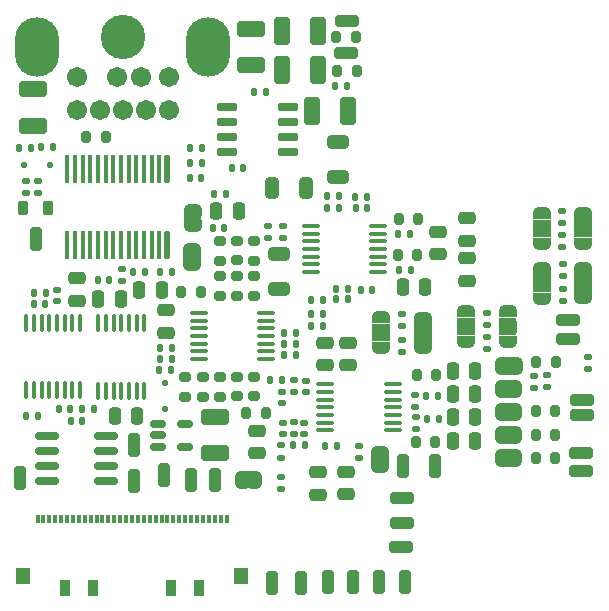
<source format=gbr>
%TF.GenerationSoftware,KiCad,Pcbnew,9.0.0*%
%TF.CreationDate,2025-11-21T22:56:44-08:00*%
%TF.ProjectId,MegaAV_Pro_VA0,4d656761-4156-45f5-9072-6f5f5641302e,rev?*%
%TF.SameCoordinates,Original*%
%TF.FileFunction,Soldermask,Top*%
%TF.FilePolarity,Negative*%
%FSLAX46Y46*%
G04 Gerber Fmt 4.6, Leading zero omitted, Abs format (unit mm)*
G04 Created by KiCad (PCBNEW 9.0.0) date 2025-11-21 22:56:44*
%MOMM*%
%LPD*%
G01*
G04 APERTURE LIST*
G04 Aperture macros list*
%AMRoundRect*
0 Rectangle with rounded corners*
0 $1 Rounding radius*
0 $2 $3 $4 $5 $6 $7 $8 $9 X,Y pos of 4 corners*
0 Add a 4 corners polygon primitive as box body*
4,1,4,$2,$3,$4,$5,$6,$7,$8,$9,$2,$3,0*
0 Add four circle primitives for the rounded corners*
1,1,$1+$1,$2,$3*
1,1,$1+$1,$4,$5*
1,1,$1+$1,$6,$7*
1,1,$1+$1,$8,$9*
0 Add four rect primitives between the rounded corners*
20,1,$1+$1,$2,$3,$4,$5,0*
20,1,$1+$1,$4,$5,$6,$7,0*
20,1,$1+$1,$6,$7,$8,$9,0*
20,1,$1+$1,$8,$9,$2,$3,0*%
%AMFreePoly0*
4,1,23,0.500000,-0.750000,0.000000,-0.750000,0.000000,-0.745722,-0.065263,-0.745722,-0.191342,-0.711940,-0.304381,-0.646677,-0.396677,-0.554381,-0.461940,-0.441342,-0.495722,-0.315263,-0.495722,-0.250000,-0.500000,-0.250000,-0.500000,0.250000,-0.495722,0.250000,-0.495722,0.315263,-0.461940,0.441342,-0.396677,0.554381,-0.304381,0.646677,-0.191342,0.711940,-0.065263,0.745722,0.000000,0.745722,
0.000000,0.750000,0.500000,0.750000,0.500000,-0.750000,0.500000,-0.750000,$1*%
%AMFreePoly1*
4,1,23,0.000000,0.745722,0.065263,0.745722,0.191342,0.711940,0.304381,0.646677,0.396677,0.554381,0.461940,0.441342,0.495722,0.315263,0.495722,0.250000,0.500000,0.250000,0.500000,-0.250000,0.495722,-0.250000,0.495722,-0.315263,0.461940,-0.441342,0.396677,-0.554381,0.304381,-0.646677,0.191342,-0.711940,0.065263,-0.745722,0.000000,-0.745722,0.000000,-0.750000,-0.500000,-0.750000,
-0.500000,0.750000,0.000000,0.750000,0.000000,0.745722,0.000000,0.745722,$1*%
%AMFreePoly2*
4,1,23,0.550000,-0.750000,0.000000,-0.750000,0.000000,-0.745722,-0.065263,-0.745722,-0.191342,-0.711940,-0.304381,-0.646677,-0.396677,-0.554381,-0.461940,-0.441342,-0.495722,-0.315263,-0.495722,-0.250000,-0.500000,-0.250000,-0.500000,0.250000,-0.495722,0.250000,-0.495722,0.315263,-0.461940,0.441342,-0.396677,0.554381,-0.304381,0.646677,-0.191342,0.711940,-0.065263,0.745722,0.000000,0.745722,
0.000000,0.750000,0.550000,0.750000,0.550000,-0.750000,0.550000,-0.750000,$1*%
%AMFreePoly3*
4,1,23,0.000000,0.745722,0.065263,0.745722,0.191342,0.711940,0.304381,0.646677,0.396677,0.554381,0.461940,0.441342,0.495722,0.315263,0.495722,0.250000,0.500000,0.250000,0.500000,-0.250000,0.495722,-0.250000,0.495722,-0.315263,0.461940,-0.441342,0.396677,-0.554381,0.304381,-0.646677,0.191342,-0.711940,0.065263,-0.745722,0.000000,-0.745722,0.000000,-0.750000,-0.550000,-0.750000,
-0.550000,0.750000,0.000000,0.750000,0.000000,0.745722,0.000000,0.745722,$1*%
G04 Aperture macros list end*
%ADD10RoundRect,0.200000X-0.200000X-0.275000X0.200000X-0.275000X0.200000X0.275000X-0.200000X0.275000X0*%
%ADD11RoundRect,0.140000X0.140000X0.170000X-0.140000X0.170000X-0.140000X-0.170000X0.140000X-0.170000X0*%
%ADD12RoundRect,0.140000X-0.140000X-0.170000X0.140000X-0.170000X0.140000X0.170000X-0.140000X0.170000X0*%
%ADD13FreePoly0,180.000000*%
%ADD14FreePoly1,180.000000*%
%ADD15RoundRect,0.250000X-0.250000X-0.750000X0.250000X-0.750000X0.250000X0.750000X-0.250000X0.750000X0*%
%ADD16RoundRect,0.135000X0.185000X-0.135000X0.185000X0.135000X-0.185000X0.135000X-0.185000X-0.135000X0*%
%ADD17RoundRect,0.135000X0.135000X0.185000X-0.135000X0.185000X-0.135000X-0.185000X0.135000X-0.185000X0*%
%ADD18RoundRect,0.135000X-0.135000X-0.185000X0.135000X-0.185000X0.135000X0.185000X-0.135000X0.185000X0*%
%ADD19RoundRect,0.100000X0.637500X0.100000X-0.637500X0.100000X-0.637500X-0.100000X0.637500X-0.100000X0*%
%ADD20RoundRect,0.140000X-0.170000X0.140000X-0.170000X-0.140000X0.170000X-0.140000X0.170000X0.140000X0*%
%ADD21RoundRect,0.200000X0.275000X-0.200000X0.275000X0.200000X-0.275000X0.200000X-0.275000X-0.200000X0*%
%ADD22RoundRect,0.250000X0.475000X-0.250000X0.475000X0.250000X-0.475000X0.250000X-0.475000X-0.250000X0*%
%ADD23RoundRect,0.200000X-0.275000X0.200000X-0.275000X-0.200000X0.275000X-0.200000X0.275000X0.200000X0*%
%ADD24RoundRect,0.200000X0.200000X0.275000X-0.200000X0.275000X-0.200000X-0.275000X0.200000X-0.275000X0*%
%ADD25RoundRect,0.250000X0.750000X-0.250000X0.750000X0.250000X-0.750000X0.250000X-0.750000X-0.250000X0*%
%ADD26FreePoly2,270.000000*%
%ADD27R,1.500000X1.000000*%
%ADD28FreePoly3,270.000000*%
%ADD29FreePoly0,0.000000*%
%ADD30FreePoly1,0.000000*%
%ADD31RoundRect,0.250000X-0.250000X-0.475000X0.250000X-0.475000X0.250000X0.475000X-0.250000X0.475000X0*%
%ADD32RoundRect,0.135000X-0.185000X0.135000X-0.185000X-0.135000X0.185000X-0.135000X0.185000X0.135000X0*%
%ADD33RoundRect,0.218750X0.218750X0.381250X-0.218750X0.381250X-0.218750X-0.381250X0.218750X-0.381250X0*%
%ADD34FreePoly2,90.000000*%
%ADD35FreePoly3,90.000000*%
%ADD36FreePoly0,90.000000*%
%ADD37FreePoly1,90.000000*%
%ADD38RoundRect,0.250000X-0.925000X0.412500X-0.925000X-0.412500X0.925000X-0.412500X0.925000X0.412500X0*%
%ADD39RoundRect,0.106250X-0.106250X1.118750X-0.106250X-1.118750X0.106250X-1.118750X0.106250X1.118750X0*%
%ADD40RoundRect,0.100000X-0.100000X1.125000X-0.100000X-1.125000X0.100000X-1.125000X0.100000X1.125000X0*%
%ADD41RoundRect,0.250000X0.250000X0.475000X-0.250000X0.475000X-0.250000X-0.475000X0.250000X-0.475000X0*%
%ADD42RoundRect,0.100000X-0.637500X-0.100000X0.637500X-0.100000X0.637500X0.100000X-0.637500X0.100000X0*%
%ADD43RoundRect,0.250000X0.925000X-0.412500X0.925000X0.412500X-0.925000X0.412500X-0.925000X-0.412500X0*%
%ADD44FreePoly0,270.000000*%
%ADD45FreePoly1,270.000000*%
%ADD46RoundRect,0.250000X-0.412500X-0.925000X0.412500X-0.925000X0.412500X0.925000X-0.412500X0.925000X0*%
%ADD47RoundRect,0.250000X0.650000X-0.325000X0.650000X0.325000X-0.650000X0.325000X-0.650000X-0.325000X0*%
%ADD48RoundRect,0.150000X-0.512500X-0.150000X0.512500X-0.150000X0.512500X0.150000X-0.512500X0.150000X0*%
%ADD49RoundRect,0.150000X0.725000X0.150000X-0.725000X0.150000X-0.725000X-0.150000X0.725000X-0.150000X0*%
%ADD50RoundRect,0.140000X0.170000X-0.140000X0.170000X0.140000X-0.170000X0.140000X-0.170000X-0.140000X0*%
%ADD51RoundRect,0.250000X0.325000X0.650000X-0.325000X0.650000X-0.325000X-0.650000X0.325000X-0.650000X0*%
%ADD52RoundRect,0.250000X-0.475000X0.250000X-0.475000X-0.250000X0.475000X-0.250000X0.475000X0.250000X0*%
%ADD53R,0.300000X0.800000*%
%ADD54R,1.220000X1.400000*%
%ADD55R,0.850000X1.400000*%
%ADD56RoundRect,0.100000X0.100000X-0.637500X0.100000X0.637500X-0.100000X0.637500X-0.100000X-0.637500X0*%
%ADD57RoundRect,0.125000X-0.125000X-0.125000X0.125000X-0.125000X0.125000X0.125000X-0.125000X0.125000X0*%
%ADD58C,1.711200*%
%ADD59O,3.759200X5.029200*%
%ADD60C,3.759200*%
%ADD61RoundRect,0.150000X0.825000X0.150000X-0.825000X0.150000X-0.825000X-0.150000X0.825000X-0.150000X0*%
%ADD62RoundRect,0.125000X0.125000X-0.125000X0.125000X0.125000X-0.125000X0.125000X-0.125000X-0.125000X0*%
G04 APERTURE END LIST*
%TO.C,PSGPD2*%
G36*
X211725000Y-131000000D02*
G01*
X211425000Y-131000000D01*
X211425000Y-129500000D01*
X211725000Y-129500000D01*
X211725000Y-131000000D01*
G37*
%TO.C,HPL_RES2*%
G36*
X218625000Y-112000000D02*
G01*
X217125000Y-112000000D01*
X217125000Y-113500000D01*
X218625000Y-113500000D01*
X218625000Y-112000000D01*
G37*
%TO.C,MD1_PU1*%
G36*
X189419752Y-133272554D02*
G01*
X189719752Y-133272554D01*
X189719752Y-134772554D01*
X189419752Y-134772554D01*
X189419752Y-133272554D01*
G37*
%TO.C,FML_1*%
G36*
X200025000Y-122325000D02*
G01*
X201525000Y-122325000D01*
X201525000Y-120825000D01*
X200025000Y-120825000D01*
X200025000Y-122325000D01*
G37*
%TO.C,HPR_RES1*%
G36*
X215175000Y-116660000D02*
G01*
X213675000Y-116660000D01*
X213675000Y-118160000D01*
X215175000Y-118160000D01*
X215175000Y-116660000D01*
G37*
%TO.C,SA1*%
G36*
X184079833Y-112029200D02*
G01*
X185579833Y-112029200D01*
X185579833Y-111729200D01*
X184079833Y-111729200D01*
X184079833Y-112029200D01*
G37*
%TO.C,LPF1*%
G36*
X184041350Y-115320105D02*
G01*
X185541350Y-115320105D01*
X185541350Y-115020105D01*
X184041350Y-115020105D01*
X184041350Y-115320105D01*
G37*
%TO.C,PSGPD4*%
G36*
X201420000Y-132160000D02*
G01*
X199920000Y-132160000D01*
X199920000Y-132460000D01*
X201420000Y-132460000D01*
X201420000Y-132160000D01*
G37*
%TO.C,PSGPD3*%
G36*
X211725000Y-129075000D02*
G01*
X211425000Y-129075000D01*
X211425000Y-127575000D01*
X211725000Y-127575000D01*
X211725000Y-129075000D01*
G37*
%TO.C,32XPD2*%
G36*
X211775000Y-125175000D02*
G01*
X211475000Y-125175000D01*
X211475000Y-123675000D01*
X211775000Y-123675000D01*
X211775000Y-125175000D01*
G37*
%TO.C,HPL_RES1*%
G36*
X215175000Y-112025000D02*
G01*
X213675000Y-112025000D01*
X213675000Y-113525000D01*
X215175000Y-113525000D01*
X215175000Y-112025000D01*
G37*
%TO.C,FMR_1*%
G36*
X210750000Y-121825000D02*
G01*
X212250000Y-121825000D01*
X212250000Y-120325000D01*
X210750000Y-120325000D01*
X210750000Y-121825000D01*
G37*
%TO.C,FMR_2*%
G36*
X207200000Y-121825000D02*
G01*
X208700000Y-121825000D01*
X208700000Y-120325000D01*
X207200000Y-120325000D01*
X207200000Y-121825000D01*
G37*
%TO.C,32XPD1*%
G36*
X211725000Y-132950000D02*
G01*
X211425000Y-132950000D01*
X211425000Y-131450000D01*
X211725000Y-131450000D01*
X211725000Y-132950000D01*
G37*
%TO.C,HPR_RES2*%
G36*
X218625000Y-116635000D02*
G01*
X217125000Y-116635000D01*
X217125000Y-118135000D01*
X218625000Y-118135000D01*
X218625000Y-116635000D01*
G37*
%TO.C,PSGPD1*%
G36*
X211750000Y-127125000D02*
G01*
X211450000Y-127125000D01*
X211450000Y-125625000D01*
X211750000Y-125625000D01*
X211750000Y-127125000D01*
G37*
%TO.C,FML_2*%
G36*
X203600000Y-122375000D02*
G01*
X205100000Y-122375000D01*
X205100000Y-120875000D01*
X203600000Y-120875000D01*
X203600000Y-122375000D01*
G37*
%TD*%
D10*
%TO.C,R56*%
X196994696Y-96539750D03*
X198644696Y-96539750D03*
%TD*%
D11*
%TO.C,C39*%
X187485813Y-112715431D03*
X186525813Y-112715431D03*
%TD*%
D12*
%TO.C,C8*%
X176830000Y-117110000D03*
X177790000Y-117110000D03*
%TD*%
D13*
%TO.C,PSGPD2*%
X212225000Y-130250000D03*
D14*
X210925000Y-130250000D03*
%TD*%
D15*
%TO.C,B_IN1*%
X182381242Y-133628613D03*
%TD*%
D16*
%TO.C,R21*%
X209725000Y-122970000D03*
X209725000Y-121950000D03*
%TD*%
D17*
%TO.C,R72*%
X187654016Y-109827898D03*
X186634016Y-109827898D03*
%TD*%
D12*
%TO.C,C31*%
X188147276Y-107608121D03*
X189107276Y-107608121D03*
%TD*%
D17*
%TO.C,R40*%
X203353910Y-116269479D03*
X202333910Y-116269479D03*
%TD*%
D15*
%TO.C,S_IN1*%
X170250000Y-133900000D03*
%TD*%
D11*
%TO.C,C17*%
X193567500Y-122530000D03*
X192607500Y-122530000D03*
%TD*%
D18*
%TO.C,R46*%
X198585000Y-110075000D03*
X199605000Y-110075000D03*
%TD*%
D15*
%TO.C,REGION*%
X171602004Y-113618487D03*
%TD*%
D19*
%TO.C,U7*%
X200537500Y-116450000D03*
X200537500Y-115800000D03*
X200537500Y-115150000D03*
X200537500Y-114500000D03*
X200537500Y-113850000D03*
X200537500Y-113200000D03*
X200537500Y-112550000D03*
X194812500Y-112550000D03*
X194812500Y-113200000D03*
X194812500Y-113850000D03*
X194812500Y-114500000D03*
X194812500Y-115150000D03*
X194812500Y-115800000D03*
X194812500Y-116450000D03*
%TD*%
D15*
%TO.C,G_IN1*%
X184724110Y-134073698D03*
%TD*%
D20*
%TO.C,C11*%
X192450000Y-129195000D03*
X192450000Y-130155000D03*
%TD*%
D21*
%TO.C,R13*%
X184212343Y-126993911D03*
X184212343Y-125343911D03*
%TD*%
D15*
%TO.C,CD_L1*%
X200620000Y-142700000D03*
%TD*%
%TO.C,CLK_IN1*%
X179862995Y-134148552D03*
%TD*%
D22*
%TO.C,C26*%
X205600662Y-114961633D03*
X205600662Y-113061633D03*
%TD*%
D16*
%TO.C,R63*%
X216145000Y-112275000D03*
X216145000Y-111255000D03*
%TD*%
D23*
%TO.C,R37*%
X188581609Y-116814454D03*
X188581609Y-118464454D03*
%TD*%
D24*
%TO.C,R26*%
X205443559Y-125141974D03*
X203793559Y-125141974D03*
%TD*%
D25*
%TO.C,SR3*%
X216650000Y-122125000D03*
%TD*%
D26*
%TO.C,HPL_RES2*%
X217875000Y-111450000D03*
D27*
X217875000Y-112750000D03*
D28*
X217875000Y-114050000D03*
%TD*%
D29*
%TO.C,MD1_PU1*%
X188919752Y-134022554D03*
D30*
X190219752Y-134022554D03*
%TD*%
D31*
%TO.C,C10*%
X176830000Y-118700000D03*
X178730000Y-118700000D03*
%TD*%
D32*
%TO.C,R32*%
X203740459Y-128700114D03*
X203740459Y-129720114D03*
%TD*%
D12*
%TO.C,C36*%
X198645000Y-111025000D03*
X199605000Y-111025000D03*
%TD*%
D33*
%TO.C,L1*%
X172561496Y-111034565D03*
X170436496Y-111034565D03*
%TD*%
D16*
%TO.C,R18*%
X192281530Y-132157988D03*
X192281530Y-131137988D03*
%TD*%
D25*
%TO.C,CHROMA1*%
X197845270Y-97905149D03*
%TD*%
D34*
%TO.C,FML_1*%
X200775000Y-122875000D03*
D27*
X200775000Y-121575000D03*
D35*
X200775000Y-120275000D03*
%TD*%
D15*
%TO.C,GND2*%
X179858948Y-131075199D03*
%TD*%
D16*
%TO.C,R7*%
X193400000Y-126625000D03*
X193400000Y-125605000D03*
%TD*%
D17*
%TO.C,R27*%
X205610000Y-126925000D03*
X204590000Y-126925000D03*
%TD*%
D11*
%TO.C,C5*%
X182980984Y-124742600D03*
X182020984Y-124742600D03*
%TD*%
D25*
%TO.C,FM_R1*%
X202540000Y-137660000D03*
%TD*%
D22*
%TO.C,C4*%
X195460000Y-135290000D03*
X195460000Y-133390000D03*
%TD*%
D25*
%TO.C,HPL_SL2*%
X217825491Y-127271000D03*
%TD*%
D17*
%TO.C,R20*%
X183055381Y-122842576D03*
X182035381Y-122842576D03*
%TD*%
D10*
%TO.C,R15*%
X213872873Y-132177633D03*
X215522873Y-132177633D03*
%TD*%
D15*
%TO.C,HP_L1*%
X202675000Y-132875000D03*
%TD*%
D10*
%TO.C,R57*%
X197060751Y-99413531D03*
X198710751Y-99413531D03*
%TD*%
D26*
%TO.C,HPR_RES1*%
X214425000Y-116110000D03*
D27*
X214425000Y-117410000D03*
D28*
X214425000Y-118710000D03*
%TD*%
D11*
%TO.C,C18*%
X193567500Y-121610000D03*
X192607500Y-121610000D03*
%TD*%
D36*
%TO.C,SA1*%
X184829833Y-112529200D03*
D37*
X184829833Y-111229200D03*
%TD*%
D15*
%TO.C,HP_R1*%
X205325000Y-132865000D03*
%TD*%
D38*
%TO.C,C56*%
X186764264Y-128685429D03*
X186764264Y-131760429D03*
%TD*%
D23*
%TO.C,R38*%
X187116822Y-116799507D03*
X187116822Y-118449507D03*
%TD*%
D12*
%TO.C,C37*%
X199090000Y-117975000D03*
X200050000Y-117975000D03*
%TD*%
D39*
%TO.C,U8*%
X182662500Y-107755000D03*
D40*
X182025000Y-107755000D03*
X181375000Y-107755000D03*
X180725000Y-107755000D03*
X180075000Y-107755000D03*
X179425000Y-107755000D03*
X178775000Y-107755000D03*
X178125000Y-107755000D03*
X177475000Y-107755000D03*
X176825000Y-107755000D03*
X176175000Y-107755000D03*
X175525000Y-107755000D03*
X174875000Y-107755000D03*
X174225000Y-107755000D03*
X174225000Y-114205000D03*
X174875000Y-114205000D03*
X175525000Y-114205000D03*
X176175000Y-114205000D03*
X176825000Y-114205000D03*
X177475000Y-114205000D03*
X178125000Y-114205000D03*
X178775000Y-114205000D03*
X179425000Y-114205000D03*
X180075000Y-114205000D03*
X180725000Y-114205000D03*
X181375000Y-114205000D03*
X182025000Y-114205000D03*
D39*
X182662500Y-114205000D03*
%TD*%
D16*
%TO.C,R30*%
X213773039Y-126234349D03*
X213773039Y-125214349D03*
%TD*%
D17*
%TO.C,R41*%
X203235000Y-113200000D03*
X202215000Y-113200000D03*
%TD*%
%TO.C,R68*%
X171157773Y-105917981D03*
X170137773Y-105917981D03*
%TD*%
%TO.C,R48*%
X195885000Y-118800000D03*
X194865000Y-118800000D03*
%TD*%
D22*
%TO.C,C15*%
X198025000Y-124325000D03*
X198025000Y-122425000D03*
%TD*%
D41*
%TO.C,C38*%
X188751676Y-111277738D03*
X186851676Y-111277738D03*
%TD*%
D32*
%TO.C,R23*%
X202600000Y-122230000D03*
X202600000Y-123250000D03*
%TD*%
D15*
%TO.C,32X_L1*%
X196280000Y-142730000D03*
%TD*%
D42*
%TO.C,U3*%
X196057500Y-125950000D03*
X196057500Y-126600000D03*
X196057500Y-127250000D03*
X196057500Y-127900000D03*
X196057500Y-128550000D03*
X196057500Y-129200000D03*
X196057500Y-129850000D03*
X201782500Y-129850000D03*
X201782500Y-129200000D03*
X201782500Y-128550000D03*
X201782500Y-127900000D03*
X201782500Y-127250000D03*
X201782500Y-126600000D03*
X201782500Y-125950000D03*
%TD*%
D18*
%TO.C,R69*%
X182100000Y-116440000D03*
X183120000Y-116440000D03*
%TD*%
D36*
%TO.C,LPF1*%
X184791350Y-115820105D03*
D37*
X184791350Y-114520105D03*
%TD*%
D21*
%TO.C,R14*%
X190054393Y-126951459D03*
X190054393Y-125301459D03*
%TD*%
D16*
%TO.C,R31*%
X203649079Y-127849561D03*
X203649079Y-126829561D03*
%TD*%
D32*
%TO.C,R22*%
X209750000Y-119925000D03*
X209750000Y-120945000D03*
%TD*%
D24*
%TO.C,R35*%
X185511639Y-118163918D03*
X183861639Y-118163918D03*
%TD*%
D25*
%TO.C,SL3*%
X216650000Y-120475000D03*
%TD*%
%TO.C,HPL_SL1*%
X217832965Y-128540707D03*
%TD*%
D16*
%TO.C,R25*%
X198935017Y-132160071D03*
X198935017Y-131140071D03*
%TD*%
D43*
%TO.C,C48*%
X171275000Y-104062500D03*
X171275000Y-100987500D03*
%TD*%
D11*
%TO.C,C32*%
X185570000Y-108520000D03*
X184610000Y-108520000D03*
%TD*%
D15*
%TO.C,R_IN1*%
X186729530Y-134029302D03*
%TD*%
D44*
%TO.C,PSGPD4*%
X200670000Y-131660000D03*
D45*
X200670000Y-132960000D03*
%TD*%
D46*
%TO.C,C47*%
X192396688Y-99338485D03*
X195471688Y-99338485D03*
%TD*%
D32*
%TO.C,R61*%
X214845472Y-125203078D03*
X214845472Y-126223078D03*
%TD*%
D16*
%TO.C,R71*%
X178860000Y-117250000D03*
X178860000Y-116230000D03*
%TD*%
D20*
%TO.C,C49*%
X171759471Y-108774711D03*
X171759471Y-109734711D03*
%TD*%
D18*
%TO.C,R2*%
X171410000Y-118190000D03*
X172430000Y-118190000D03*
%TD*%
D10*
%TO.C,R17*%
X213938265Y-124046570D03*
X215588265Y-124046570D03*
%TD*%
D25*
%TO.C,HPR_SL2*%
X217724912Y-131807118D03*
%TD*%
D47*
%TO.C,C44*%
X197150000Y-108375000D03*
X197150000Y-105425000D03*
%TD*%
D48*
%TO.C,U9*%
X181923297Y-129331303D03*
X181923297Y-130281303D03*
X181923297Y-131231303D03*
X184198297Y-131231303D03*
X184198297Y-129331303D03*
%TD*%
D18*
%TO.C,R1*%
X182030399Y-123791699D03*
X183050399Y-123791699D03*
%TD*%
D16*
%TO.C,R19*%
X192320000Y-134820000D03*
X192320000Y-133800000D03*
%TD*%
D46*
%TO.C,C46*%
X192357453Y-96035241D03*
X195432453Y-96035241D03*
%TD*%
D11*
%TO.C,C6*%
X172370000Y-119180000D03*
X171410000Y-119180000D03*
%TD*%
D12*
%TO.C,C23*%
X174530362Y-129091467D03*
X175490362Y-129091467D03*
%TD*%
D24*
%TO.C,R39*%
X203839864Y-115025157D03*
X202189864Y-115025157D03*
%TD*%
D15*
%TO.C,GND1*%
X193970000Y-142820000D03*
%TD*%
%TO.C,5V1*%
X191510000Y-142820000D03*
%TD*%
D21*
%TO.C,R43*%
X190067882Y-115483500D03*
X190067882Y-113833500D03*
%TD*%
D41*
%TO.C,C28*%
X182204351Y-117940023D03*
X180304351Y-117940023D03*
%TD*%
D13*
%TO.C,PSGPD3*%
X212225000Y-128325000D03*
D14*
X210925000Y-128325000D03*
%TD*%
D17*
%TO.C,R55*%
X197260000Y-110050000D03*
X196240000Y-110050000D03*
%TD*%
D13*
%TO.C,32XPD2*%
X212275000Y-124425000D03*
D14*
X210975000Y-124425000D03*
%TD*%
D17*
%TO.C,R28*%
X205660000Y-128875000D03*
X204640000Y-128875000D03*
%TD*%
D21*
%TO.C,R9*%
X185677130Y-126993911D03*
X185677130Y-125343911D03*
%TD*%
D11*
%TO.C,C34*%
X185605000Y-105975000D03*
X184645000Y-105975000D03*
%TD*%
D25*
%TO.C,LUMA1*%
X197910039Y-95181405D03*
%TD*%
D22*
%TO.C,C14*%
X196050000Y-124325000D03*
X196050000Y-122425000D03*
%TD*%
D49*
%TO.C,U6*%
X192880834Y-106277760D03*
X192880834Y-105007760D03*
X192880834Y-103737760D03*
X192880834Y-102467760D03*
X187730834Y-102467760D03*
X187730834Y-103737760D03*
X187730834Y-105007760D03*
X187730834Y-106277760D03*
%TD*%
D16*
%TO.C,R65*%
X216150000Y-116795000D03*
X216150000Y-115775000D03*
%TD*%
D18*
%TO.C,R49*%
X196240000Y-111050000D03*
X197260000Y-111050000D03*
%TD*%
D50*
%TO.C,C50*%
X170712693Y-109734711D03*
X170712693Y-108774711D03*
%TD*%
D20*
%TO.C,C12*%
X194425000Y-125640000D03*
X194425000Y-126600000D03*
%TD*%
D22*
%TO.C,C27*%
X208050662Y-113786633D03*
X208050662Y-111886633D03*
%TD*%
D17*
%TO.C,R3*%
X176480000Y-128040000D03*
X175460000Y-128040000D03*
%TD*%
D24*
%TO.C,R29*%
X205364253Y-130878458D03*
X203714253Y-130878458D03*
%TD*%
D51*
%TO.C,C43*%
X194463383Y-109304456D03*
X191513383Y-109304456D03*
%TD*%
D22*
%TO.C,C24*%
X208050662Y-117186633D03*
X208050662Y-115286633D03*
%TD*%
D15*
%TO.C,CD_R1*%
X202790000Y-142700000D03*
%TD*%
D50*
%TO.C,C13*%
X194300000Y-130175000D03*
X194300000Y-129215000D03*
%TD*%
D22*
%TO.C,C1*%
X175050000Y-118900000D03*
X175050000Y-117000000D03*
%TD*%
D46*
%TO.C,C45*%
X194937500Y-102800000D03*
X198012500Y-102800000D03*
%TD*%
D18*
%TO.C,R6*%
X170760000Y-128680000D03*
X171780000Y-128680000D03*
%TD*%
D32*
%TO.C,R8*%
X193375000Y-129180000D03*
X193375000Y-130200000D03*
%TD*%
D41*
%TO.C,C55*%
X180136731Y-128643255D03*
X178236731Y-128643255D03*
%TD*%
D21*
%TO.C,R44*%
X188603095Y-115476027D03*
X188603095Y-113826027D03*
%TD*%
D17*
%TO.C,R4*%
X192371088Y-125597715D03*
X191351088Y-125597715D03*
%TD*%
D26*
%TO.C,HPL_RES1*%
X214425000Y-111475000D03*
D27*
X214425000Y-112775000D03*
D28*
X214425000Y-114075000D03*
%TD*%
D41*
%TO.C,C19*%
X208750000Y-124800000D03*
X206850000Y-124800000D03*
%TD*%
D52*
%TO.C,C29*%
X182544235Y-119700010D03*
X182544235Y-121600010D03*
%TD*%
D10*
%TO.C,R33*%
X213895293Y-130215865D03*
X215545293Y-130215865D03*
%TD*%
D34*
%TO.C,FMR_1*%
X211500000Y-122375000D03*
D27*
X211500000Y-121075000D03*
D35*
X211500000Y-119775000D03*
%TD*%
D22*
%TO.C,C54*%
X190264255Y-131776439D03*
X190264255Y-129876439D03*
%TD*%
D18*
%TO.C,R66*%
X196871919Y-100674356D03*
X197891919Y-100674356D03*
%TD*%
D41*
%TO.C,C21*%
X208750000Y-128750000D03*
X206850000Y-128750000D03*
%TD*%
D25*
%TO.C,HPR_SL1*%
X217729895Y-133270659D03*
%TD*%
D34*
%TO.C,FMR_2*%
X207950000Y-122375000D03*
D27*
X207950000Y-121075000D03*
D35*
X207950000Y-119775000D03*
%TD*%
D17*
%TO.C,R70*%
X180820000Y-116440000D03*
X179800000Y-116440000D03*
%TD*%
D41*
%TO.C,C22*%
X208750000Y-130725000D03*
X206850000Y-130725000D03*
%TD*%
D47*
%TO.C,C42*%
X192175000Y-117900000D03*
X192175000Y-114950000D03*
%TD*%
D18*
%TO.C,R47*%
X196940000Y-118775000D03*
X197960000Y-118775000D03*
%TD*%
D41*
%TO.C,C20*%
X208750000Y-126775000D03*
X206850000Y-126775000D03*
%TD*%
D17*
%TO.C,R16*%
X195910807Y-121043428D03*
X194890807Y-121043428D03*
%TD*%
D13*
%TO.C,32XPD1*%
X212225000Y-132200000D03*
D14*
X210925000Y-132200000D03*
%TD*%
D12*
%TO.C,C7*%
X173530000Y-128050000D03*
X174490000Y-128050000D03*
%TD*%
%TO.C,C35*%
X196995000Y-117850000D03*
X197955000Y-117850000D03*
%TD*%
D53*
%TO.C,Z1*%
X171700000Y-137360000D03*
X172200000Y-137360000D03*
X172700000Y-137360000D03*
X173200000Y-137360000D03*
X173700000Y-137360000D03*
X174200000Y-137360000D03*
X174700000Y-137360000D03*
X175200000Y-137360000D03*
X175700000Y-137360000D03*
X176200000Y-137360000D03*
X176700000Y-137360000D03*
X177200000Y-137360000D03*
X177700000Y-137360000D03*
X178200000Y-137360000D03*
X178700000Y-137360000D03*
X179200000Y-137360000D03*
X179700000Y-137360000D03*
X180200000Y-137360000D03*
X180700000Y-137360000D03*
X181200000Y-137360000D03*
X181700000Y-137360000D03*
X182200000Y-137360000D03*
X182700000Y-137360000D03*
X183200000Y-137360000D03*
X183700000Y-137360000D03*
X184200000Y-137360000D03*
X184700000Y-137360000D03*
X185200000Y-137360000D03*
X185700000Y-137360000D03*
X186200000Y-137360000D03*
X186700000Y-137360000D03*
X187200000Y-137360000D03*
X187700000Y-137360000D03*
D54*
X170460000Y-142210000D03*
D55*
X174025000Y-143220000D03*
X176375000Y-143220000D03*
X183025000Y-143220000D03*
X185375000Y-143220000D03*
D54*
X188940000Y-142210000D03*
%TD*%
D22*
%TO.C,C3*%
X197830000Y-135280000D03*
X197830000Y-133380000D03*
%TD*%
D25*
%TO.C,FM_L1*%
X202510000Y-139750000D03*
%TD*%
D18*
%TO.C,R5*%
X193315000Y-131100000D03*
X194335000Y-131100000D03*
%TD*%
D56*
%TO.C,U1*%
X176835000Y-126497500D03*
X177485000Y-126497500D03*
X178135000Y-126497500D03*
X178785000Y-126497500D03*
X179435000Y-126497500D03*
X180085000Y-126497500D03*
X180735000Y-126497500D03*
X180735000Y-120772500D03*
X180085000Y-120772500D03*
X179435000Y-120772500D03*
X178785000Y-120772500D03*
X178135000Y-120772500D03*
X177485000Y-120772500D03*
X176835000Y-120772500D03*
%TD*%
D18*
%TO.C,R59*%
X171998651Y-105873140D03*
X173018651Y-105873140D03*
%TD*%
D21*
%TO.C,R10*%
X187134444Y-126993911D03*
X187134444Y-125343911D03*
%TD*%
D57*
%TO.C,D2*%
X170526869Y-107375294D03*
X172726869Y-107375294D03*
%TD*%
D32*
%TO.C,R60*%
X218341897Y-123638145D03*
X218341897Y-124658145D03*
%TD*%
D10*
%TO.C,R34*%
X213899030Y-128257158D03*
X215549030Y-128257158D03*
%TD*%
D16*
%TO.C,R54*%
X191250000Y-113560000D03*
X191250000Y-112540000D03*
%TD*%
D26*
%TO.C,HPR_RES2*%
X217875000Y-116085000D03*
D27*
X217875000Y-117385000D03*
D28*
X217875000Y-118685000D03*
%TD*%
D11*
%TO.C,C16*%
X193567500Y-123450000D03*
X192607500Y-123450000D03*
%TD*%
D18*
%TO.C,R67*%
X190039749Y-101205031D03*
X191059749Y-101205031D03*
%TD*%
D16*
%TO.C,R62*%
X216145000Y-114305000D03*
X216145000Y-113285000D03*
%TD*%
D10*
%TO.C,R58*%
X175810594Y-104999939D03*
X177460594Y-104999939D03*
%TD*%
D12*
%TO.C,C30*%
X196070000Y-131150000D03*
X197030000Y-131150000D03*
%TD*%
D56*
%TO.C,U2*%
X170760000Y-126480000D03*
X171410000Y-126480000D03*
X172060000Y-126480000D03*
X172710000Y-126480000D03*
X173360000Y-126480000D03*
X174010000Y-126480000D03*
X174660000Y-126480000D03*
X175310000Y-126480000D03*
X175310000Y-120755000D03*
X174660000Y-120755000D03*
X174010000Y-120755000D03*
X173360000Y-120755000D03*
X172710000Y-120755000D03*
X172060000Y-120755000D03*
X171410000Y-120755000D03*
X170760000Y-120755000D03*
%TD*%
D31*
%TO.C,C25*%
X202622567Y-117738003D03*
X204522567Y-117738003D03*
%TD*%
D19*
%TO.C,U4*%
X191070000Y-123830000D03*
X191070000Y-123180000D03*
X191070000Y-122530000D03*
X191070000Y-121880000D03*
X191070000Y-121230000D03*
X191070000Y-120580000D03*
X191070000Y-119930000D03*
X185345000Y-119930000D03*
X185345000Y-120580000D03*
X185345000Y-121230000D03*
X185345000Y-121880000D03*
X185345000Y-122530000D03*
X185345000Y-123180000D03*
X185345000Y-123830000D03*
%TD*%
D16*
%TO.C,R52*%
X192500000Y-113550000D03*
X192500000Y-112530000D03*
%TD*%
D10*
%TO.C,R12*%
X189382413Y-128363756D03*
X191032413Y-128363756D03*
%TD*%
D21*
%TO.C,R11*%
X188600816Y-126987580D03*
X188600816Y-125337580D03*
%TD*%
D50*
%TO.C,C2*%
X173350000Y-118900000D03*
X173350000Y-117940000D03*
%TD*%
D15*
%TO.C,32X_R1*%
X198440000Y-142720000D03*
%TD*%
D32*
%TO.C,R24*%
X202575000Y-119980000D03*
X202575000Y-121000000D03*
%TD*%
D20*
%TO.C,C9*%
X192400000Y-126620000D03*
X192400000Y-127580000D03*
%TD*%
D17*
%TO.C,R53*%
X195885000Y-119975000D03*
X194865000Y-119975000D03*
%TD*%
D58*
%TO.C,CN1*%
X180453000Y-99929200D03*
X178421000Y-99929200D03*
X182840600Y-99929200D03*
X180884800Y-102723200D03*
X178929000Y-102723200D03*
X175017400Y-99929200D03*
X182840600Y-102723200D03*
X176973200Y-102723200D03*
X175017400Y-102723200D03*
D59*
X171690000Y-97440000D03*
D60*
X178929000Y-96551000D03*
D59*
X186168000Y-97440000D03*
%TD*%
D16*
%TO.C,R64*%
X216150000Y-118895000D03*
X216150000Y-117875000D03*
%TD*%
D11*
%TO.C,C33*%
X185590000Y-107230000D03*
X184630000Y-107230000D03*
%TD*%
D13*
%TO.C,PSGPD1*%
X212250000Y-126375000D03*
D14*
X210950000Y-126375000D03*
%TD*%
D61*
%TO.C,U5*%
X177478296Y-134179826D03*
X177478296Y-132909826D03*
X177478296Y-131639826D03*
X177478296Y-130369826D03*
X172528296Y-130369826D03*
X172528296Y-131639826D03*
X172528296Y-132909826D03*
X172528296Y-134179826D03*
%TD*%
D24*
%TO.C,R42*%
X203936084Y-111946738D03*
X202286084Y-111946738D03*
%TD*%
D43*
%TO.C,C41*%
X189775000Y-98962500D03*
X189775000Y-95887500D03*
%TD*%
D62*
%TO.C,D1*%
X182506976Y-128044125D03*
X182506976Y-125844125D03*
%TD*%
D23*
%TO.C,R36*%
X190046396Y-116806981D03*
X190046396Y-118456981D03*
%TD*%
D25*
%TO.C,P1*%
X202530000Y-135610000D03*
%TD*%
D34*
%TO.C,FML_2*%
X204350000Y-122925000D03*
D27*
X204350000Y-121625000D03*
D35*
X204350000Y-120325000D03*
%TD*%
D21*
%TO.C,R45*%
X187145781Y-115498447D03*
X187145781Y-113848447D03*
%TD*%
M02*

</source>
